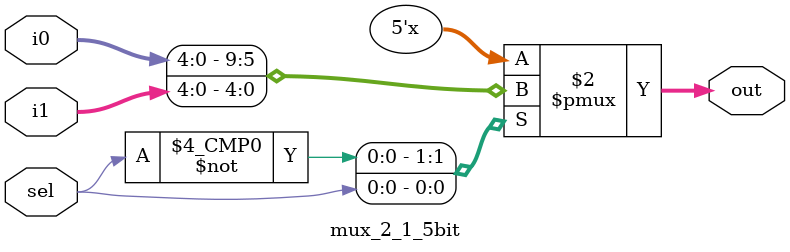
<source format=v>
`timescale 1ns / 1ps


module mux_2_1_32bit(out,i0,i1,sel);
  input sel;
  input [31:0] i0,i1;
  output [31:0] out; 
  reg [31:0] out;
  
  always @(i0,i1,sel)
  begin
    case (sel)
      1'b0:out=i0;
      1'b1:out=i1;
      default out=0;
    endcase
 end
endmodule

module mux_4_1_32bit(out,i0,i1,i2,i3,sel);
  input [31:0] i0,i1,i2,i3;
  input [1:0] sel;
  output [31:0] out;
  reg [31:0] out;
  
  always @(i0,i1,i2,sel,i3)
  begin 
    case (sel)
      2'b00:out=i0;
      2'b01:out=i1;
      2'b10:out=i2;
      2'b11:out=i3;
      default:out=0;
    endcase 
  end  
  
endmodule

module mux_2_1_5bit(out,i0,i1,sel);
  input sel;
  input [4:0] i0,i1;
  output [4:0] out; 
  reg [4:0] out;
  
  always @(i0,i1,sel)
  begin
    case (sel)
      1'b0:out=i0;
      1'b1:out=i1;
      default out=0;
    endcase
 end
endmodule
</source>
